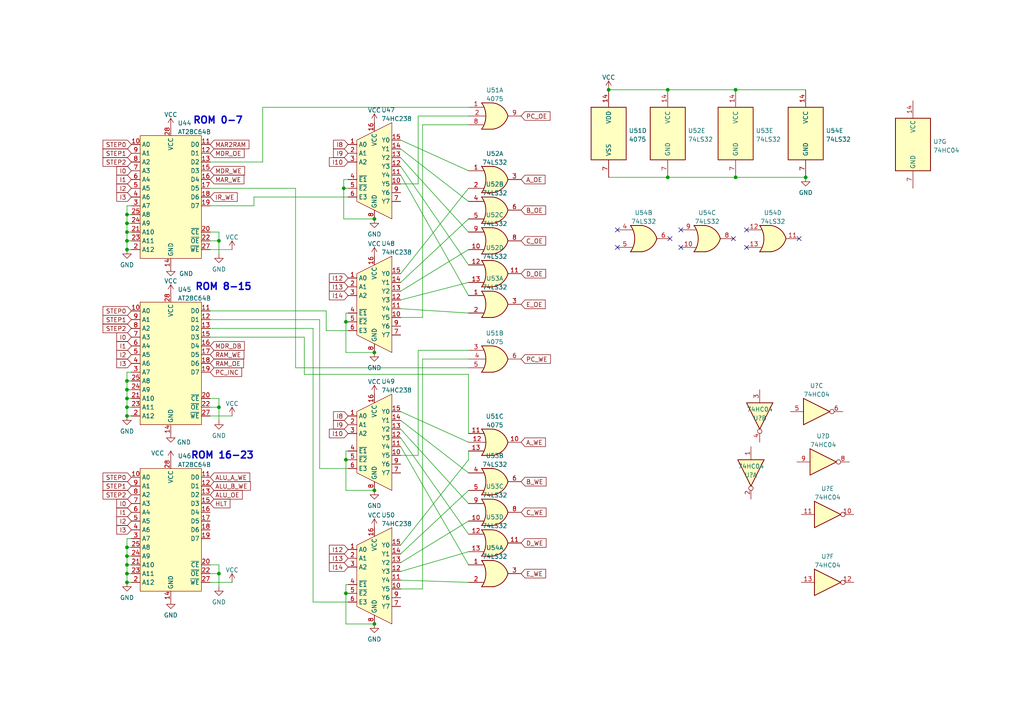
<source format=kicad_sch>
(kicad_sch (version 20211123) (generator eeschema)
  (paper "A4")
  (lib_symbols
    (symbol "4xxx:4075" (pin_names (offset 1.016))
      (property "Reference" "U" (at 0 1.27 0))
      (property "Value" "4075" (at 0 -1.27 0))
      (symbol "4075_1_1"
        (arc (start -3.81 -3.81) (mid -2.589 0) (end -3.81 3.81) (stroke (width 0.254)))
        (arc (start -0.6096 -3.81) (mid 2.1855 -2.584) (end 3.81 0) (stroke (width 0.254)) (fill (type background)))
        (polyline (pts (xy -3.81 -3.81) (xy -0.635 -3.81)) (stroke (width 0.254)) (fill (type background)))
        (polyline (pts (xy -3.81 3.81) (xy -0.635 3.81)) (stroke (width 0.254)) (fill (type background)))
        (polyline (pts (xy -0.635 3.81) (xy -3.81 3.81) (xy -3.81 3.81) (xy -3.556 3.4036) (xy -3.0226 2.2606) (xy -2.6924 1.0414) (xy -2.6162 -0.254) (xy -2.7686 -1.4986) (xy -3.175 -2.7178) (xy -3.81 -3.81) (xy -3.81 -3.81) (xy -0.635 -3.81)) (stroke (width -25.4)) (fill (type background)))
        (arc (start 3.81 0) (mid 2.1928 2.5925) (end -0.6096 3.81) (stroke (width 0.254)) (fill (type background)))
        (pin input line (at -7.62 2.54 0) (length 4.318) (name "~") (number "1"))
        (pin input line (at -7.62 0 0) (length 4.953) (name "~") (number "2"))
        (pin input line (at -7.62 -2.54 0) (length 4.318) (name "~") (number "8"))
        (pin output line (at 7.62 0 180) (length 3.81) (name "~") (number "9"))
      )
      (symbol "4075_1_2"
        (arc (start 0 -3.81) (mid 3.81 0) (end 0 3.81) (stroke (width 0.254)) (fill (type background)))
        (polyline (pts (xy 0 3.81) (xy -3.81 3.81) (xy -3.81 -3.81) (xy 0 -3.81)) (stroke (width 0.254)) (fill (type background)))
        (pin input inverted (at -7.62 2.54 0) (length 3.81) (name "~") (number "1"))
        (pin input inverted (at -7.62 0 0) (length 3.81) (name "~") (number "2"))
        (pin input inverted (at -7.62 -2.54 0) (length 3.81) (name "~") (number "8"))
        (pin output inverted (at 7.62 0 180) (length 3.81) (name "~") (number "9"))
      )
      (symbol "4075_2_1"
        (arc (start -3.81 -3.81) (mid -2.589 0) (end -3.81 3.81) (stroke (width 0.254)))
        (arc (start -0.6096 -3.81) (mid 2.1855 -2.584) (end 3.81 0) (stroke (width 0.254)) (fill (type background)))
        (polyline (pts (xy -3.81 -3.81) (xy -0.635 -3.81)) (stroke (width 0.254)) (fill (type background)))
        (polyline (pts (xy -3.81 3.81) (xy -0.635 3.81)) (stroke (width 0.254)) (fill (type background)))
        (polyline (pts (xy -0.635 3.81) (xy -3.81 3.81) (xy -3.81 3.81) (xy -3.556 3.4036) (xy -3.0226 2.2606) (xy -2.6924 1.0414) (xy -2.6162 -0.254) (xy -2.7686 -1.4986) (xy -3.175 -2.7178) (xy -3.81 -3.81) (xy -3.81 -3.81) (xy -0.635 -3.81)) (stroke (width -25.4)) (fill (type background)))
        (arc (start 3.81 0) (mid 2.1928 2.5925) (end -0.6096 3.81) (stroke (width 0.254)) (fill (type background)))
        (pin input line (at -7.62 2.54 0) (length 4.318) (name "~") (number "3"))
        (pin input line (at -7.62 0 0) (length 4.953) (name "~") (number "4"))
        (pin input line (at -7.62 -2.54 0) (length 4.318) (name "~") (number "5"))
        (pin output line (at 7.62 0 180) (length 3.81) (name "~") (number "6"))
      )
      (symbol "4075_2_2"
        (arc (start 0 -3.81) (mid 3.81 0) (end 0 3.81) (stroke (width 0.254)) (fill (type background)))
        (polyline (pts (xy 0 3.81) (xy -3.81 3.81) (xy -3.81 -3.81) (xy 0 -3.81)) (stroke (width 0.254)) (fill (type background)))
        (pin input inverted (at -7.62 2.54 0) (length 3.81) (name "~") (number "3"))
        (pin input inverted (at -7.62 0 0) (length 3.81) (name "~") (number "4"))
        (pin input inverted (at -7.62 -2.54 0) (length 3.81) (name "~") (number "5"))
        (pin output inverted (at 7.62 0 180) (length 3.81) (name "~") (number "6"))
      )
      (symbol "4075_3_1"
        (arc (start -3.81 -3.81) (mid -2.589 0) (end -3.81 3.81) (stroke (width 0.254)))
        (arc (start -0.6096 -3.81) (mid 2.1855 -2.584) (end 3.81 0) (stroke (width 0.254)) (fill (type background)))
        (polyline (pts (xy -3.81 -3.81) (xy -0.635 -3.81)) (stroke (width 0.254)) (fill (type background)))
        (polyline (pts (xy -3.81 3.81) (xy -0.635 3.81)) (stroke (width 0.254)) (fill (type background)))
        (polyline (pts (xy -0.635 3.81) (xy -3.81 3.81) (xy -3.81 3.81) (xy -3.556 3.4036) (xy -3.0226 2.2606) (xy -2.6924 1.0414) (xy -2.6162 -0.254) (xy -2.7686 -1.4986) (xy -3.175 -2.7178) (xy -3.81 -3.81) (xy -3.81 -3.81) (xy -0.635 -3.81)) (stroke (width -25.4)) (fill (type background)))
        (arc (start 3.81 0) (mid 2.1928 2.5925) (end -0.6096 3.81) (stroke (width 0.254)) (fill (type background)))
        (pin output line (at 7.62 0 180) (length 3.81) (name "~") (number "10"))
        (pin input line (at -7.62 2.54 0) (length 4.318) (name "~") (number "11"))
        (pin input line (at -7.62 0 0) (length 4.953) (name "~") (number "12"))
        (pin input line (at -7.62 -2.54 0) (length 4.318) (name "~") (number "13"))
      )
      (symbol "4075_3_2"
        (arc (start 0 -3.81) (mid 3.81 0) (end 0 3.81) (stroke (width 0.254)) (fill (type background)))
        (polyline (pts (xy 0 3.81) (xy -3.81 3.81) (xy -3.81 -3.81) (xy 0 -3.81)) (stroke (width 0.254)) (fill (type background)))
        (pin output inverted (at 7.62 0 180) (length 3.81) (name "~") (number "10"))
        (pin input inverted (at -7.62 2.54 0) (length 3.81) (name "~") (number "11"))
        (pin input inverted (at -7.62 0 0) (length 3.81) (name "~") (number "12"))
        (pin input inverted (at -7.62 -2.54 0) (length 3.81) (name "~") (number "13"))
      )
      (symbol "4075_4_0"
        (pin power_in line (at 0 12.7 270) (length 5.08) (name "VDD") (number "14"))
        (pin power_in line (at 0 -12.7 90) (length 5.08) (name "VSS") (number "7"))
      )
      (symbol "4075_4_1"
        (rectangle (start -5.08 7.62) (end 5.08 -7.62) (stroke (width 0.254)) (fill (type background)))
      )
    )
    (symbol "74xx:74HC04"
      (property "Reference" "U" (at 0 1.27 0))
      (property "Value" "74HC04" (at 0 -1.27 0))
      (symbol "74HC04_1_0"
        (polyline (pts (xy -3.81 3.81) (xy -3.81 -3.81) (xy 3.81 0) (xy -3.81 3.81)) (stroke (width 0.254)) (fill (type background)))
        (pin input line (at -7.62 0 0) (length 3.81) (name "~") (number "1"))
        (pin output inverted (at 7.62 0 180) (length 3.81) (name "~") (number "2"))
      )
      (symbol "74HC04_2_0"
        (polyline (pts (xy -3.81 3.81) (xy -3.81 -3.81) (xy 3.81 0) (xy -3.81 3.81)) (stroke (width 0.254)) (fill (type background)))
        (pin input line (at -7.62 0 0) (length 3.81) (name "~") (number "3"))
        (pin output inverted (at 7.62 0 180) (length 3.81) (name "~") (number "4"))
      )
      (symbol "74HC04_3_0"
        (polyline (pts (xy -3.81 3.81) (xy -3.81 -3.81) (xy 3.81 0) (xy -3.81 3.81)) (stroke (width 0.254)) (fill (type background)))
        (pin input line (at -7.62 0 0) (length 3.81) (name "~") (number "5"))
        (pin output inverted (at 7.62 0 180) (length 3.81) (name "~") (number "6"))
      )
      (symbol "74HC04_4_0"
        (polyline (pts (xy -3.81 3.81) (xy -3.81 -3.81) (xy 3.81 0) (xy -3.81 3.81)) (stroke (width 0.254)) (fill (type background)))
        (pin output inverted (at 7.62 0 180) (length 3.81) (name "~") (number "8"))
        (pin input line (at -7.62 0 0) (length 3.81) (name "~") (number "9"))
      )
      (symbol "74HC04_5_0"
        (polyline (pts (xy -3.81 3.81) (xy -3.81 -3.81) (xy 3.81 0) (xy -3.81 3.81)) (stroke (width 0.254)) (fill (type background)))
        (pin output inverted (at 7.62 0 180) (length 3.81) (name "~") (number "10"))
        (pin input line (at -7.62 0 0) (length 3.81) (name "~") (number "11"))
      )
      (symbol "74HC04_6_0"
        (polyline (pts (xy -3.81 3.81) (xy -3.81 -3.81) (xy 3.81 0) (xy -3.81 3.81)) (stroke (width 0.254)) (fill (type background)))
        (pin output inverted (at 7.62 0 180) (length 3.81) (name "~") (number "12"))
        (pin input line (at -7.62 0 0) (length 3.81) (name "~") (number "13"))
      )
      (symbol "74HC04_7_0"
        (pin power_in line (at 0 12.7 270) (length 5.08) (name "VCC") (number "14"))
        (pin power_in line (at 0 -12.7 90) (length 5.08) (name "GND") (number "7"))
      )
      (symbol "74HC04_7_1"
        (rectangle (start -5.08 7.62) (end 5.08 -7.62) (stroke (width 0.254)) (fill (type background)))
      )
    )
    (symbol "74xx:74LS32" (pin_names (offset 1.016))
      (property "Reference" "U" (at 0 1.27 0))
      (property "Value" "74LS32" (at 0 -1.27 0))
      (symbol "74LS32_1_1"
        (arc (start -3.81 -3.81) (mid -2.589 0) (end -3.81 3.81) (stroke (width 0.254)))
        (arc (start -0.6096 -3.81) (mid 2.1855 -2.584) (end 3.81 0) (stroke (width 0.254)) (fill (type background)))
        (polyline (pts (xy -3.81 -3.81) (xy -0.635 -3.81)) (stroke (width 0.254)) (fill (type background)))
        (polyline (pts (xy -3.81 3.81) (xy -0.635 3.81)) (stroke (width 0.254)) (fill (type background)))
        (polyline (pts (xy -0.635 3.81) (xy -3.81 3.81) (xy -3.81 3.81) (xy -3.556 3.4036) (xy -3.0226 2.2606) (xy -2.6924 1.0414) (xy -2.6162 -0.254) (xy -2.7686 -1.4986) (xy -3.175 -2.7178) (xy -3.81 -3.81) (xy -3.81 -3.81) (xy -0.635 -3.81)) (stroke (width -25.4)) (fill (type background)))
        (arc (start 3.81 0) (mid 2.1928 2.5925) (end -0.6096 3.81) (stroke (width 0.254)) (fill (type background)))
        (pin input line (at -7.62 2.54 0) (length 4.318) (name "~") (number "1"))
        (pin input line (at -7.62 -2.54 0) (length 4.318) (name "~") (number "2"))
        (pin output line (at 7.62 0 180) (length 3.81) (name "~") (number "3"))
      )
      (symbol "74LS32_1_2"
        (arc (start 0 -3.81) (mid 3.81 0) (end 0 3.81) (stroke (width 0.254)) (fill (type background)))
        (polyline (pts (xy 0 3.81) (xy -3.81 3.81) (xy -3.81 -3.81) (xy 0 -3.81)) (stroke (width 0.254)) (fill (type background)))
        (pin input inverted (at -7.62 2.54 0) (length 3.81) (name "~") (number "1"))
        (pin input inverted (at -7.62 -2.54 0) (length 3.81) (name "~") (number "2"))
        (pin output inverted (at 7.62 0 180) (length 3.81) (name "~") (number "3"))
      )
      (symbol "74LS32_2_1"
        (arc (start -3.81 -3.81) (mid -2.589 0) (end -3.81 3.81) (stroke (width 0.254)))
        (arc (start -0.6096 -3.81) (mid 2.1855 -2.584) (end 3.81 0) (stroke (width 0.254)) (fill (type background)))
        (polyline (pts (xy -3.81 -3.81) (xy -0.635 -3.81)) (stroke (width 0.254)) (fill (type background)))
        (polyline (pts (xy -3.81 3.81) (xy -0.635 3.81)) (stroke (width 0.254)) (fill (type background)))
        (polyline (pts (xy -0.635 3.81) (xy -3.81 3.81) (xy -3.81 3.81) (xy -3.556 3.4036) (xy -3.0226 2.2606) (xy -2.6924 1.0414) (xy -2.6162 -0.254) (xy -2.7686 -1.4986) (xy -3.175 -2.7178) (xy -3.81 -3.81) (xy -3.81 -3.81) (xy -0.635 -3.81)) (stroke (width -25.4)) (fill (type background)))
        (arc (start 3.81 0) (mid 2.1928 2.5925) (end -0.6096 3.81) (stroke (width 0.254)) (fill (type background)))
        (pin input line (at -7.62 2.54 0) (length 4.318) (name "~") (number "4"))
        (pin input line (at -7.62 -2.54 0) (length 4.318) (name "~") (number "5"))
        (pin output line (at 7.62 0 180) (length 3.81) (name "~") (number "6"))
      )
      (symbol "74LS32_2_2"
        (arc (start 0 -3.81) (mid 3.81 0) (end 0 3.81) (stroke (width 0.254)) (fill (type background)))
        (polyline (pts (xy 0 3.81) (xy -3.81 3.81) (xy -3.81 -3.81) (xy 0 -3.81)) (stroke (width 0.254)) (fill (type background)))
        (pin input inverted (at -7.62 2.54 0) (length 3.81) (name "~") (number "4"))
        (pin input inverted (at -7.62 -2.54 0) (length 3.81) (name "~") (number "5"))
        (pin output inverted (at 7.62 0 180) (length 3.81) (name "~") (number "6"))
      )
      (symbol "74LS32_3_1"
        (arc (start -3.81 -3.81) (mid -2.589 0) (end -3.81 3.81) (stroke (width 0.254)))
        (arc (start -0.6096 -3.81) (mid 2.1855 -2.584) (end 3.81 0) (stroke (width 0.254)) (fill (type background)))
        (polyline (pts (xy -3.81 -3.81) (xy -0.635 -3.81)) (stroke (width 0.254)) (fill (type background)))
        (polyline (pts (xy -3.81 3.81) (xy -0.635 3.81)) (stroke (width 0.254)) (fill (type background)))
        (polyline (pts (xy -0.635 3.81) (xy -3.81 3.81) (xy -3.81 3.81) (xy -3.556 3.4036) (xy -3.0226 2.2606) (xy -2.6924 1.0414) (xy -2.6162 -0.254) (xy -2.7686 -1.4986) (xy -3.175 -2.7178) (xy -3.81 -3.81) (xy -3.81 -3.81) (xy -0.635 -3.81)) (stroke (width -25.4)) (fill (type background)))
        (arc (start 3.81 0) (mid 2.1928 2.5925) (end -0.6096 3.81) (stroke (width 0.254)) (fill (type background)))
        (pin input line (at -7.62 -2.54 0) (length 4.318) (name "~") (number "10"))
        (pin output line (at 7.62 0 180) (length 3.81) (name "~") (number "8"))
        (pin input line (at -7.62 2.54 0) (length 4.318) (name "~") (number "9"))
      )
      (symbol "74LS32_3_2"
        (arc (start 0 -3.81) (mid 3.81 0) (end 0 3.81) (stroke (width 0.254)) (fill (type background)))
        (polyline (pts (xy 0 3.81) (xy -3.81 3.81) (xy -3.81 -3.81) (xy 0 -3.81)) (stroke (width 0.254)) (fill (type background)))
        (pin input inverted (at -7.62 -2.54 0) (length 3.81) (name "~") (number "10"))
        (pin output inverted (at 7.62 0 180) (length 3.81) (name "~") (number "8"))
        (pin input inverted (at -7.62 2.54 0) (length 3.81) (name "~") (number "9"))
      )
      (symbol "74LS32_4_1"
        (arc (start -3.81 -3.81) (mid -2.589 0) (end -3.81 3.81) (stroke (width 0.254)))
        (arc (start -0.6096 -3.81) (mid 2.1855 -2.584) (end 3.81 0) (stroke (width 0.254)) (fill (type background)))
        (polyline (pts (xy -3.81 -3.81) (xy -0.635 -3.81)) (stroke (width 0.254)) (fill (type background)))
        (polyline (pts (xy -3.81 3.81) (xy -0.635 3.81)) (stroke (width 0.254)) (fill (type background)))
        (polyline (pts (xy -0.635 3.81) (xy -3.81 3.81) (xy -3.81 3.81) (xy -3.556 3.4036) (xy -3.0226 2.2606) (xy -2.6924 1.0414) (xy -2.6162 -0.254) (xy -2.7686 -1.4986) (xy -3.175 -2.7178) (xy -3.81 -3.81) (xy -3.81 -3.81) (xy -0.635 -3.81)) (stroke (width -25.4)) (fill (type background)))
        (arc (start 3.81 0) (mid 2.1928 2.5925) (end -0.6096 3.81) (stroke (width 0.254)) (fill (type background)))
        (pin output line (at 7.62 0 180) (length 3.81) (name "~") (number "11"))
        (pin input line (at -7.62 2.54 0) (length 4.318) (name "~") (number "12"))
        (pin input line (at -7.62 -2.54 0) (length 4.318) (name "~") (number "13"))
      )
      (symbol "74LS32_4_2"
        (arc (start 0 -3.81) (mid 3.81 0) (end 0 3.81) (stroke (width 0.254)) (fill (type background)))
        (polyline (pts (xy 0 3.81) (xy -3.81 3.81) (xy -3.81 -3.81) (xy 0 -3.81)) (stroke (width 0.254)) (fill (type background)))
        (pin output inverted (at 7.62 0 180) (length 3.81) (name "~") (number "11"))
        (pin input inverted (at -7.62 2.54 0) (length 3.81) (name "~") (number "12"))
        (pin input inverted (at -7.62 -2.54 0) (length 3.81) (name "~") (number "13"))
      )
      (symbol "74LS32_5_0"
        (pin power_in line (at 0 12.7 270) (length 5.08) (name "VCC") (number "14"))
        (pin power_in line (at 0 -12.7 90) (length 5.08) (name "GND") (number "7"))
      )
      (symbol "74LS32_5_1"
        (rectangle (start -5.08 7.62) (end 5.08 -7.62) (stroke (width 0.254)) (fill (type background)))
      )
    )
    (symbol "power:GND" (power) (pin_names (offset 0))
      (property "Value" "GND" (at 0 -3.81 0))
      (symbol "GND_0_1"
        (polyline (pts (xy 0 0) (xy 0 -1.27) (xy 1.27 -1.27) (xy 0 -2.54) (xy -1.27 -1.27) (xy 0 -1.27)))
      )
      (symbol "GND_1_1"
        (pin power_in line (at 0 0 270) (length 0) hide (name "GND") (number "1"))
      )
    )
    (symbol "power:VCC" (power) (pin_names (offset 0))
      (property "Value" "VCC" (at 0 3.81 0))
      (symbol "VCC_0_1"
        (polyline (pts (xy -0.762 1.27) (xy 0 2.54)))
        (polyline (pts (xy 0 0) (xy 0 2.54)))
        (polyline (pts (xy 0 2.54) (xy 0.762 1.27)))
      )
      (symbol "VCC_1_1"
        (pin power_in line (at 0 0 90) (length 0) hide (name "VCC") (number "1"))
      )
    )
    (symbol "proc:74HC238"
      (property "Reference" "U" (at 0 0 0))
      (property "Value" "74HC238" (at 0 0 0))
      (symbol "74HC238_0_1"
        (polyline (pts (xy -5.08 -8.89) (xy 5.08 -3.81) (xy 5.08 -31.75) (xy -5.08 -26.67) (xy -5.08 -8.89)) (stroke (width 0.1524)) (fill (type background)))
      )
      (symbol "74HC238_1_1"
        (pin input line (at -7.62 -10.16 0) (length 2.54) (name "A0") (number "1"))
        (pin input line (at 7.62 -21.59 180) (length 2.54) (name "Y5") (number "10"))
        (pin input line (at 7.62 -19.05 180) (length 2.54) (name "Y4") (number "11"))
        (pin input line (at 7.62 -16.51 180) (length 2.54) (name "Y3") (number "12"))
        (pin input line (at 7.62 -13.97 180) (length 2.54) (name "Y2") (number "13"))
        (pin input line (at 7.62 -11.43 180) (length 2.54) (name "Y1") (number "14"))
        (pin input line (at 7.62 -8.89 180) (length 2.54) (name "Y0") (number "15"))
        (pin power_in line (at 0 -3.81 270) (length 2.54) (name "VCC") (number "16"))
        (pin input line (at -7.62 -12.7 0) (length 2.54) (name "A1") (number "2"))
        (pin input line (at -7.62 -15.24 0) (length 2.54) (name "A2") (number "3"))
        (pin input line (at -7.62 -20.32 0) (length 2.54) (name "~{E1}") (number "4"))
        (pin input line (at -7.62 -22.86 0) (length 2.54) (name "~{E2}") (number "5"))
        (pin input line (at -7.62 -25.4 0) (length 2.54) (name "E3") (number "6"))
        (pin input line (at 7.62 -26.67 180) (length 2.54) (name "Y7") (number "7"))
        (pin power_in line (at 0 -31.75 90) (length 2.54) (name "GND") (number "8"))
        (pin input line (at 7.62 -24.13 180) (length 2.54) (name "Y6") (number "9"))
      )
    )
    (symbol "proc:AT28C64B"
      (property "Reference" "U" (at 0 0 0))
      (property "Value" "AT28C64B" (at 0 0 0))
      (symbol "AT28C64B_0_1"
        (rectangle (start -8.89 -5.08) (end 8.89 -40.64) (stroke (width 0.1524)) (fill (type background)))
      )
      (symbol "AT28C64B_1_1"
        (pin input line (at -11.43 -7.62 0) (length 2.54) (name "A0") (number "10"))
        (pin bidirectional line (at 11.43 -7.62 180) (length 2.54) (name "D0") (number "11"))
        (pin bidirectional line (at 11.43 -10.16 180) (length 2.54) (name "D1") (number "12"))
        (pin bidirectional line (at 11.43 -12.7 180) (length 2.54) (name "D2") (number "13"))
        (pin power_in line (at 0 -43.18 90) (length 2.54) (name "GND") (number "14"))
        (pin bidirectional line (at 11.43 -15.24 180) (length 2.54) (name "D3") (number "15"))
        (pin bidirectional line (at 11.43 -17.78 180) (length 2.54) (name "D4") (number "16"))
        (pin bidirectional line (at 11.43 -20.32 180) (length 2.54) (name "D5") (number "17"))
        (pin bidirectional line (at 11.43 -22.86 180) (length 2.54) (name "D6") (number "18"))
        (pin bidirectional line (at 11.43 -25.4 180) (length 2.54) (name "D7") (number "19"))
        (pin input line (at -11.43 -38.1 0) (length 2.54) (name "A12") (number "2"))
        (pin input line (at 11.43 -33.02 180) (length 2.54) (name "~{CE}") (number "20"))
        (pin input line (at -11.43 -33.02 0) (length 2.54) (name "A10") (number "21"))
        (pin input line (at 11.43 -35.56 180) (length 2.54) (name "~{OE}") (number "22"))
        (pin input line (at -11.43 -35.56 0) (length 2.54) (name "A11") (number "23"))
        (pin input line (at -11.43 -30.48 0) (length 2.54) (name "A9") (number "24"))
        (pin input line (at -11.43 -27.94 0) (length 2.54) (name "A8") (number "25"))
        (pin input line (at 11.43 -38.1 180) (length 2.54) (name "~{WE}") (number "27"))
        (pin power_in line (at 0 -2.54 270) (length 2.54) (name "VCC") (number "28"))
        (pin input line (at -11.43 -25.4 0) (length 2.54) (name "A7") (number "3"))
        (pin input line (at -11.43 -22.86 0) (length 2.54) (name "A6") (number "4"))
        (pin input line (at -11.43 -20.32 0) (length 2.54) (name "A5") (number "5"))
        (pin input line (at -11.43 -17.78 0) (length 2.54) (name "A4") (number "6"))
        (pin input line (at -11.43 -15.24 0) (length 2.54) (name "A3") (number "7"))
        (pin input line (at -11.43 -12.7 0) (length 2.54) (name "A2") (number "8"))
        (pin input line (at -11.43 -10.16 0) (length 2.54) (name "A1") (number "9"))
      )
    )
  )
  (junction (at 100.33 172.085))
  (junction (at 36.83 64.77))
  (junction (at 108.585 142.24))
  (junction (at 36.83 115.57))
  (junction (at 36.83 113.03))
  (junction (at 108.585 102.235))
  (junction (at 63.5 69.85))
  (junction (at 100.33 93.345))
  (junction (at 36.83 120.65))
  (junction (at 36.83 161.29))
  (junction (at 36.83 166.37))
  (junction (at 36.83 72.39))
  (junction (at 176.53 26.035))
  (junction (at 36.83 67.31))
  (junction (at 36.83 163.83))
  (junction (at 99.695 54.61))
  (junction (at 63.5 166.37))
  (junction (at 108.585 180.975))
  (junction (at 233.68 51.435))
  (junction (at 100.33 133.35))
  (junction (at 108.585 63.5))
  (junction (at 193.675 26.035))
  (junction (at 36.83 168.91))
  (junction (at 36.83 69.85))
  (junction (at 63.5 118.11))
  (junction (at 193.675 51.435))
  (junction (at 213.36 51.435))
  (junction (at 36.83 62.23))
  (junction (at 36.83 110.49))
  (junction (at 213.36 26.035))
  (junction (at 36.83 118.11))
  (junction (at 36.83 158.75))
  (no_connect (at 212.725 69.215))
  (no_connect (at 197.485 71.755))
  (no_connect (at 179.07 71.755))
  (no_connect (at 194.31 69.215))
  (no_connect (at 179.07 66.675))
  (no_connect (at 197.485 66.675))
  (no_connect (at 216.535 71.755))
  (no_connect (at 216.535 66.675))
  (no_connect (at 231.775 69.215))
  (wire (pts (xy 121.285 101.6) (xy 135.89 101.6)))
  (wire (pts (xy 73.66 59.69) (xy 60.96 59.69)))
  (wire (pts (xy 85.725 106.68) (xy 135.89 106.68)))
  (wire (pts (xy 60.96 72.39) (xy 67.31 72.39)))
  (wire (pts (xy 108.585 63.5) (xy 99.695 63.5)))
  (wire (pts (xy 135.89 168.91) (xy 116.205 168.275)))
  (wire (pts (xy 36.83 168.91) (xy 38.1 168.91)))
  (wire (pts (xy 60.96 54.61) (xy 85.725 54.61)))
  (wire (pts (xy 94.615 95.885) (xy 94.615 90.17)))
  (wire (pts (xy 100.33 172.085) (xy 100.965 172.085)))
  (wire (pts (xy 36.83 120.65) (xy 38.1 120.65)))
  (wire (pts (xy 100.33 102.235) (xy 108.585 102.235)))
  (wire (pts (xy 36.83 59.69) (xy 38.1 59.69)))
  (wire (pts (xy 36.83 163.83) (xy 36.83 166.37)))
  (wire (pts (xy 116.205 84.455) (xy 135.89 72.39)))
  (wire (pts (xy 116.205 132.08) (xy 121.285 132.08)))
  (wire (pts (xy 36.83 166.37) (xy 38.1 166.37)))
  (wire (pts (xy 213.36 26.035) (xy 233.68 26.035)))
  (wire (pts (xy 193.675 26.035) (xy 213.36 26.035)))
  (wire (pts (xy 76.2 46.99) (xy 76.2 31.115)))
  (wire (pts (xy 60.96 90.17) (xy 94.615 90.17)))
  (wire (pts (xy 36.83 158.75) (xy 38.1 158.75)))
  (wire (pts (xy 116.205 89.535) (xy 135.89 90.805)))
  (wire (pts (xy 121.285 53.34) (xy 121.285 33.655)))
  (wire (pts (xy 60.96 67.31) (xy 63.5 67.31)))
  (wire (pts (xy 36.83 115.57) (xy 36.83 118.11)))
  (wire (pts (xy 116.205 40.64) (xy 135.89 49.53)))
  (wire (pts (xy 116.205 158.115) (xy 135.89 133.35)))
  (wire (pts (xy 60.96 168.91) (xy 67.31 168.91)))
  (wire (pts (xy 99.695 63.5) (xy 99.695 54.61)))
  (wire (pts (xy 60.96 163.83) (xy 63.5 163.83)))
  (wire (pts (xy 85.725 54.61) (xy 85.725 106.68)))
  (wire (pts (xy 116.205 43.18) (xy 135.89 58.42)))
  (wire (pts (xy 100.33 93.345) (xy 100.33 102.235)))
  (wire (pts (xy 88.265 97.79) (xy 88.265 108.585)))
  (wire (pts (xy 36.83 113.03) (xy 36.83 115.57)))
  (wire (pts (xy 135.89 76.835) (xy 116.205 48.26)))
  (wire (pts (xy 63.5 69.85) (xy 60.96 69.85)))
  (wire (pts (xy 63.5 115.57) (xy 63.5 118.11)))
  (wire (pts (xy 63.5 163.83) (xy 63.5 166.37)))
  (wire (pts (xy 116.205 53.34) (xy 121.285 53.34)))
  (wire (pts (xy 36.83 118.11) (xy 36.83 120.65)))
  (wire (pts (xy 36.83 67.31) (xy 38.1 67.31)))
  (wire (pts (xy 36.83 115.57) (xy 38.1 115.57)))
  (wire (pts (xy 76.2 31.115) (xy 135.89 31.115)))
  (wire (pts (xy 121.285 132.08) (xy 121.285 101.6)))
  (wire (pts (xy 100.33 169.545) (xy 100.33 172.085)))
  (wire (pts (xy 122.555 36.195) (xy 135.89 36.195)))
  (wire (pts (xy 99.695 54.61) (xy 100.965 54.61)))
  (wire (pts (xy 36.83 161.29) (xy 38.1 161.29)))
  (wire (pts (xy 116.205 45.72) (xy 135.89 67.31)))
  (wire (pts (xy 60.96 92.71) (xy 92.71 92.71)))
  (wire (pts (xy 116.205 119.38) (xy 135.89 128.27)))
  (wire (pts (xy 122.555 104.14) (xy 135.89 104.14)))
  (wire (pts (xy 36.83 107.95) (xy 38.1 107.95)))
  (wire (pts (xy 63.5 170.18) (xy 63.5 166.37)))
  (wire (pts (xy 135.89 154.94) (xy 116.205 127)))
  (wire (pts (xy 100.33 133.35) (xy 100.33 142.24)))
  (wire (pts (xy 121.285 33.655) (xy 135.89 33.655)))
  (wire (pts (xy 36.83 156.21) (xy 38.1 156.21)))
  (wire (pts (xy 135.89 146.05) (xy 116.205 124.46)))
  (wire (pts (xy 116.205 79.375) (xy 135.89 54.61)))
  (wire (pts (xy 73.66 57.15) (xy 73.66 59.69)))
  (wire (pts (xy 176.53 26.035) (xy 193.675 26.035)))
  (wire (pts (xy 100.965 174.625) (xy 90.805 174.625)))
  (wire (pts (xy 116.205 50.8) (xy 135.89 85.725)))
  (wire (pts (xy 60.96 97.79) (xy 88.265 97.79)))
  (wire (pts (xy 100.965 169.545) (xy 100.33 169.545)))
  (wire (pts (xy 116.205 129.54) (xy 135.89 163.83)))
  (wire (pts (xy 100.965 130.81) (xy 100.33 130.81)))
  (wire (pts (xy 63.5 118.11) (xy 60.96 118.11)))
  (wire (pts (xy 60.96 115.57) (xy 63.5 115.57)))
  (wire (pts (xy 36.83 62.23) (xy 38.1 62.23)))
  (wire (pts (xy 99.695 54.61) (xy 99.695 52.07)))
  (wire (pts (xy 213.36 51.435) (xy 233.68 51.435)))
  (wire (pts (xy 36.83 110.49) (xy 36.83 113.03)))
  (wire (pts (xy 36.83 163.83) (xy 38.1 163.83)))
  (wire (pts (xy 100.33 142.24) (xy 108.585 142.24)))
  (wire (pts (xy 100.965 90.805) (xy 100.33 90.805)))
  (wire (pts (xy 90.805 95.25) (xy 60.96 95.25)))
  (wire (pts (xy 36.83 110.49) (xy 38.1 110.49)))
  (wire (pts (xy 36.83 69.85) (xy 36.83 72.39)))
  (wire (pts (xy 100.33 180.975) (xy 108.585 180.975)))
  (wire (pts (xy 100.33 93.345) (xy 100.965 93.345)))
  (wire (pts (xy 36.83 72.39) (xy 38.1 72.39)))
  (wire (pts (xy 63.5 121.92) (xy 63.5 118.11)))
  (wire (pts (xy 135.89 142.24) (xy 116.205 160.655)))
  (wire (pts (xy 36.83 156.21) (xy 36.83 158.75)))
  (wire (pts (xy 36.83 113.03) (xy 38.1 113.03)))
  (wire (pts (xy 100.965 95.885) (xy 94.615 95.885)))
  (wire (pts (xy 63.5 67.31) (xy 63.5 69.85)))
  (wire (pts (xy 36.83 158.75) (xy 36.83 161.29)))
  (wire (pts (xy 100.965 57.15) (xy 73.66 57.15)))
  (wire (pts (xy 116.205 81.915) (xy 135.89 63.5)))
  (wire (pts (xy 90.805 174.625) (xy 90.805 95.25)))
  (wire (pts (xy 116.205 165.735) (xy 135.89 160.02)))
  (wire (pts (xy 100.33 90.805) (xy 100.33 93.345)))
  (wire (pts (xy 63.5 166.37) (xy 60.96 166.37)))
  (wire (pts (xy 99.695 52.07) (xy 100.965 52.07)))
  (wire (pts (xy 88.265 108.585) (xy 135.89 108.585)))
  (wire (pts (xy 116.205 92.075) (xy 122.555 92.075)))
  (wire (pts (xy 122.555 170.815) (xy 122.555 104.14)))
  (wire (pts (xy 36.83 64.77) (xy 36.83 67.31)))
  (wire (pts (xy 193.675 51.435) (xy 213.36 51.435)))
  (wire (pts (xy 36.83 67.31) (xy 36.83 69.85)))
  (wire (pts (xy 116.205 121.92) (xy 135.89 137.16)))
  (wire (pts (xy 36.83 59.69) (xy 36.83 62.23)))
  (wire (pts (xy 60.96 46.99) (xy 76.2 46.99)))
  (wire (pts (xy 116.205 163.195) (xy 135.89 151.13)))
  (wire (pts (xy 36.83 166.37) (xy 36.83 168.91)))
  (wire (pts (xy 60.96 120.65) (xy 67.31 120.65)))
  (wire (pts (xy 36.83 64.77) (xy 38.1 64.77)))
  (wire (pts (xy 122.555 92.075) (xy 122.555 36.195)))
  (wire (pts (xy 36.83 107.95) (xy 36.83 110.49)))
  (wire (pts (xy 100.33 133.35) (xy 100.965 133.35)))
  (wire (pts (xy 135.89 108.585) (xy 135.89 125.73)))
  (wire (pts (xy 36.83 62.23) (xy 36.83 64.77)))
  (wire (pts (xy 100.33 172.085) (xy 100.33 180.975)))
  (wire (pts (xy 100.965 135.89) (xy 92.71 135.89)))
  (wire (pts (xy 135.89 81.915) (xy 116.205 86.995)))
  (wire (pts (xy 36.83 118.11) (xy 38.1 118.11)))
  (wire (pts (xy 176.53 51.435) (xy 193.675 51.435)))
  (wire (pts (xy 36.83 69.85) (xy 38.1 69.85)))
  (wire (pts (xy 116.205 170.815) (xy 122.555 170.815)))
  (wire (pts (xy 36.83 161.29) (xy 36.83 163.83)))
  (wire (pts (xy 92.71 92.71) (xy 92.71 135.89)))
  (wire (pts (xy 63.5 73.66) (xy 63.5 69.85)))
  (wire (pts (xy 135.89 130.81) (xy 135.89 133.35)))
  (wire (pts (xy 100.33 130.81) (xy 100.33 133.35)))
  (text "ROM 8-15" (at 56.515 84.455 0) (effects (font (size 2 2) (thickness 0.4) bold) (justify left bottom)))
  (text "ROM 16-23" (at 55.245 133.35 0) (effects (font (size 2 2) (thickness 0.4) bold) (justify left bottom)))
  (text "ROM 0-7" (at 55.88 36.195 0) (effects (font (size 2 2) (thickness 0.4) bold) (justify left bottom)))
  (global_label "STEP2" (shape input) (at 38.1 143.51 180) (property "Intersheet References" "${INTERSHEET_REFS}" (effects hide)))
  (global_label "I3" (shape input) (at 38.1 105.41 180) (property "Intersheet References" "${INTERSHEET_REFS}" (effects hide)))
  (global_label "A_WE" (shape input) (at 151.13 128.27 0) (property "Intersheet References" "${INTERSHEET_REFS}" (effects hide)))
  (global_label "I8" (shape input) (at 100.965 120.65 180) (property "Intersheet References" "${INTERSHEET_REFS}" (effects hide)))
  (global_label "D_WE" (shape input) (at 151.13 157.48 0) (property "Intersheet References" "${INTERSHEET_REFS}" (effects hide)))
  (global_label "I13" (shape input) (at 100.965 83.185 180) (property "Intersheet References" "${INTERSHEET_REFS}" (effects hide)))
  (global_label "PC_WE" (shape input) (at 151.13 104.14 0) (property "Intersheet References" "${INTERSHEET_REFS}" (effects hide)))
  (global_label "I13" (shape input) (at 100.965 161.925 180) (property "Intersheet References" "${INTERSHEET_REFS}" (effects hide)))
  (global_label "MDR_OE" (shape input) (at 60.96 44.45 0) (property "Intersheet References" "${INTERSHEET_REFS}" (effects hide)))
  (global_label "PC_OE" (shape input) (at 151.13 33.655 0) (property "Intersheet References" "${INTERSHEET_REFS}" (effects hide)))
  (global_label "I0" (shape input) (at 38.1 146.05 180) (property "Intersheet References" "${INTERSHEET_REFS}" (effects hide)))
  (global_label "I2" (shape input) (at 38.1 54.61 180) (property "Intersheet References" "${INTERSHEET_REFS}" (effects hide)))
  (global_label "ALU_B_WE" (shape input) (at 60.96 140.97 0) (property "Intersheet References" "${INTERSHEET_REFS}" (effects hide)))
  (global_label "HLT" (shape input) (at 60.96 146.05 0) (property "Intersheet References" "${INTERSHEET_REFS}" (effects hide)))
  (global_label "I8" (shape input) (at 100.965 41.91 180) (property "Intersheet References" "${INTERSHEET_REFS}" (effects hide)))
  (global_label "I9" (shape input) (at 100.965 44.45 180) (property "Intersheet References" "${INTERSHEET_REFS}" (effects hide)))
  (global_label "I14" (shape input) (at 100.965 85.725 180) (property "Intersheet References" "${INTERSHEET_REFS}" (effects hide)))
  (global_label "I0" (shape input) (at 38.1 97.79 180) (property "Intersheet References" "${INTERSHEET_REFS}" (effects hide)))
  (global_label "I3" (shape input) (at 38.1 153.67 180) (property "Intersheet References" "${INTERSHEET_REFS}" (effects hide)))
  (global_label "B_OE" (shape input) (at 151.13 60.96 0) (property "Intersheet References" "${INTERSHEET_REFS}" (effects hide)))
  (global_label "STEP2" (shape input) (at 38.1 95.25 180) (property "Intersheet References" "${INTERSHEET_REFS}" (effects hide)))
  (global_label "RAM_OE" (shape input) (at 60.96 105.41 0) (property "Intersheet References" "${INTERSHEET_REFS}" (effects hide)))
  (global_label "STEP0" (shape input) (at 38.1 41.91 180) (property "Intersheet References" "${INTERSHEET_REFS}" (effects hide)))
  (global_label "STEP1" (shape input) (at 38.1 140.97 180) (property "Intersheet References" "${INTERSHEET_REFS}" (effects hide)))
  (global_label "ALU_A_WE" (shape input) (at 60.96 138.43 0) (property "Intersheet References" "${INTERSHEET_REFS}" (effects hide)))
  (global_label "I9" (shape input) (at 100.965 123.19 180) (property "Intersheet References" "${INTERSHEET_REFS}" (effects hide)))
  (global_label "MAR2RAM" (shape input) (at 60.96 41.91 0) (property "Intersheet References" "${INTERSHEET_REFS}" (effects hide)))
  (global_label "I10" (shape input) (at 100.965 125.73 180) (property "Intersheet References" "${INTERSHEET_REFS}" (effects hide)))
  (global_label "C_WE" (shape input) (at 151.13 148.59 0) (property "Intersheet References" "${INTERSHEET_REFS}" (effects hide)))
  (global_label "STEP1" (shape input) (at 38.1 92.71 180) (property "Intersheet References" "${INTERSHEET_REFS}" (effects hide)))
  (global_label "I12" (shape input) (at 100.965 159.385 180) (property "Intersheet References" "${INTERSHEET_REFS}" (effects hide)))
  (global_label "A_OE" (shape input) (at 151.13 52.07 0) (property "Intersheet References" "${INTERSHEET_REFS}" (effects hide)))
  (global_label "I2" (shape input) (at 38.1 151.13 180) (property "Intersheet References" "${INTERSHEET_REFS}" (effects hide)))
  (global_label "C_OE" (shape input) (at 151.13 69.85 0) (property "Intersheet References" "${INTERSHEET_REFS}" (effects hide)))
  (global_label "I10" (shape input) (at 100.965 46.99 180) (property "Intersheet References" "${INTERSHEET_REFS}" (effects hide)))
  (global_label "MDR_WE" (shape input) (at 60.96 49.53 0) (property "Intersheet References" "${INTERSHEET_REFS}" (effects hide)))
  (global_label "I1" (shape input) (at 38.1 100.33 180) (property "Intersheet References" "${INTERSHEET_REFS}" (effects hide)))
  (global_label "STEP1" (shape input) (at 38.1 44.45 180) (property "Intersheet References" "${INTERSHEET_REFS}" (effects hide)))
  (global_label "STEP2" (shape input) (at 38.1 46.99 180) (property "Intersheet References" "${INTERSHEET_REFS}" (effects hide)))
  (global_label "STEP0" (shape input) (at 38.1 90.17 180) (property "Intersheet References" "${INTERSHEET_REFS}" (effects hide)))
  (global_label "I12" (shape input) (at 100.965 80.645 180) (property "Intersheet References" "${INTERSHEET_REFS}" (effects hide)))
  (global_label "E_OE" (shape input) (at 151.13 88.265 0) (property "Intersheet References" "${INTERSHEET_REFS}" (effects hide)))
  (global_label "I3" (shape input) (at 38.1 57.15 180) (property "Intersheet References" "${INTERSHEET_REFS}" (effects hide)))
  (global_label "PC_INC" (shape input) (at 60.96 107.95 0) (property "Intersheet References" "${INTERSHEET_REFS}" (effects hide)))
  (global_label "ALU_OE" (shape input) (at 60.96 143.51 0) (property "Intersheet References" "${INTERSHEET_REFS}" (effects hide)))
  (global_label "MAR_WE" (shape input) (at 60.96 52.07 0) (property "Intersheet References" "${INTERSHEET_REFS}" (effects hide)))
  (global_label "I0" (shape input) (at 38.1 49.53 180) (property "Intersheet References" "${INTERSHEET_REFS}" (effects hide)))
  (global_label "I14" (shape input) (at 100.965 164.465 180) (property "Intersheet References" "${INTERSHEET_REFS}" (effects hide)))
  (global_label "B_WE" (shape input) (at 151.13 139.7 0) (property "Intersheet References" "${INTERSHEET_REFS}" (effects hide)))
  (global_label "E_WE" (shape input) (at 151.13 166.37 0) (property "Intersheet References" "${INTERSHEET_REFS}" (effects hide)))
  (global_label "MDR_DB" (shape input) (at 60.96 100.33 0) (property "Intersheet References" "${INTERSHEET_REFS}" (effects hide)))
  (global_label "IR_WE" (shape input) (at 60.96 57.15 0) (property "Intersheet References" "${INTERSHEET_REFS}" (effects hide)))
  (global_label "STEP0" (shape input) (at 38.1 138.43 180) (property "Intersheet References" "${INTERSHEET_REFS}" (effects hide)))
  (global_label "I1" (shape input) (at 38.1 148.59 180) (property "Intersheet References" "${INTERSHEET_REFS}" (effects hide)))
  (global_label "RAM_WE" (shape input) (at 60.96 102.87 0) (property "Intersheet References" "${INTERSHEET_REFS}" (effects hide)))
  (global_label "I1" (shape input) (at 38.1 52.07 180) (property "Intersheet References" "${INTERSHEET_REFS}" (effects hide)))
  (global_label "D_OE" (shape input) (at 151.13 79.375 0) (property "Intersheet References" "${INTERSHEET_REFS}" (effects hide)))
  (global_label "I2" (shape input) (at 38.1 102.87 180) (property "Intersheet References" "${INTERSHEET_REFS}" (effects hide)))
  (symbol (lib_id "power:GND") (at 49.53 125.73 0) (unit 1)
    (property "Reference" "#PWR0196" (effects hide))
    (property "Value" "GND" (at 53.34 128.27 0))
  )
  (symbol (lib_id "74xx:74LS32") (at 143.51 88.265 0) (unit 1)
    (property "Reference" "U53" (at 143.51 80.7552 0))
    (property "Value" "74LS32" (at 143.51 83.2921 0))
    (property "Datasheet" "http://www.ti.com/lit/gpn/sn74LS32" (effects hide))
  )
  (symbol (lib_id "proc:74HC238") (at 108.585 149.225 0) (unit 1)
    (property "Reference" "U50" (at 110.6044 149.386 0) (effects (justify left)))
    (property "Value" "74HC238" (at 110.6044 151.9229 0) (effects (justify left)))
  )
  (symbol (lib_id "proc:74HC238") (at 108.585 110.49 0) (unit 1)
    (property "Reference" "U49" (at 110.6044 110.651 0) (effects (justify left)))
    (property "Value" "74HC238" (at 110.6044 113.1879 0) (effects (justify left)))
  )
  (symbol (lib_id "power:GND") (at 108.585 142.24 0) (unit 1)
    (property "Reference" "#PWR0211" (effects hide))
    (property "Value" "GND" (at 108.585 146.6834 0))
  )
  (symbol (lib_id "power:VCC") (at 49.53 85.09 0) (unit 1)
    (property "Reference" "#PWR0193" (effects hide))
    (property "Value" "VCC" (at 49.53 81.5142 0))
  )
  (symbol (lib_id "74xx:74LS32") (at 143.51 52.07 0) (unit 1)
    (property "Reference" "U52" (at 143.51 44.5602 0))
    (property "Value" "74LS32" (at 143.51 47.0971 0))
    (property "Datasheet" "http://www.ti.com/lit/gpn/sn74LS32" (effects hide))
  )
  (symbol (lib_id "proc:74HC238") (at 108.585 70.485 0) (unit 1)
    (property "Reference" "U48" (at 110.6044 70.646 0) (effects (justify left)))
    (property "Value" "74HC238" (at 110.6044 73.1829 0) (effects (justify left)))
  )
  (symbol (lib_id "power:VCC") (at 108.585 35.56 0) (unit 1)
    (property "Reference" "#PWR0206" (effects hide))
    (property "Value" "VCC" (at 108.585 31.9842 0))
  )
  (symbol (lib_id "power:GND") (at 63.5 170.18 0) (unit 1)
    (property "Reference" "#PWR0201" (effects hide))
    (property "Value" "GND" (at 63.5 174.6234 0))
  )
  (symbol (lib_id "power:VCC") (at 108.585 74.295 0) (unit 1)
    (property "Reference" "#PWR0208" (effects hide))
    (property "Value" "VCC" (at 108.585 70.7192 0))
  )
  (symbol (lib_id "power:GND") (at 63.5 121.92 0) (unit 1)
    (property "Reference" "#PWR0194" (effects hide))
    (property "Value" "GND" (at 63.5 126.3634 0))
  )
  (symbol (lib_id "power:GND") (at 108.585 63.5 0) (unit 1)
    (property "Reference" "#PWR0207" (effects hide))
    (property "Value" "GND" (at 108.585 67.9434 0))
  )
  (symbol (lib_id "power:GND") (at 49.53 173.99 0) (unit 1)
    (property "Reference" "#PWR0199" (effects hide))
    (property "Value" "GND" (at 49.53 178.4334 0))
  )
  (symbol (lib_id "4xxx:4075") (at 143.51 104.14 0) (unit 2)
    (property "Reference" "U51" (at 143.51 96.6302 0))
    (property "Value" "4075" (at 143.51 99.1671 0))
    (property "Datasheet" "http://www.intersil.com/content/dam/Intersil/documents/cd40/cd4071bms-72bms-75bms.pdf" (effects hide))
  )
  (symbol (lib_id "power:VCC") (at 67.31 120.65 0) (unit 1)
    (property "Reference" "#PWR0195" (effects hide))
    (property "Value" "VCC" (at 67.31 117.0742 0))
  )
  (symbol (lib_id "proc:AT28C64B") (at 49.53 130.81 0) (unit 1)
    (property "Reference" "U46" (at 51.5494 132.241 0) (effects (justify left)))
    (property "Value" "AT28C64B" (at 51.5494 134.7779 0) (effects (justify left)))
  )
  (symbol (lib_id "74xx:74LS32") (at 224.155 69.215 0) (unit 4)
    (property "Reference" "U54" (at 224.155 61.7052 0))
    (property "Value" "74LS32" (at 224.155 64.2421 0))
    (property "Datasheet" "http://www.ti.com/lit/gpn/sn74LS32" (effects hide))
  )
  (symbol (lib_id "74xx:74LS32") (at 143.51 69.85 0) (unit 3)
    (property "Reference" "U52" (at 143.51 62.3402 0))
    (property "Value" "74LS32" (at 143.51 64.8771 0))
    (property "Datasheet" "http://www.ti.com/lit/gpn/sn74LS32" (effects hide))
  )
  (symbol (lib_id "74xx:74LS32") (at 143.51 166.37 0) (unit 1)
    (property "Reference" "U54" (at 143.51 158.8602 0))
    (property "Value" "74LS32" (at 143.51 161.3971 0))
    (property "Datasheet" "http://www.ti.com/lit/gpn/sn74LS32" (effects hide))
  )
  (symbol (lib_id "power:VCC") (at 49.53 36.83 0) (unit 1)
    (property "Reference" "#PWR0191" (effects hide))
    (property "Value" "VCC" (at 49.53 33.2542 0))
  )
  (symbol (lib_id "74xx:74LS32") (at 205.105 69.215 0) (unit 3)
    (property "Reference" "U54" (at 205.105 61.7052 0))
    (property "Value" "74LS32" (at 205.105 64.2421 0))
    (property "Datasheet" "http://www.ti.com/lit/gpn/sn74LS32" (effects hide))
  )
  (symbol (lib_id "74xx:74HC04") (at 264.795 41.91 0) (unit 7)
    (property "Reference" "U?" (at 270.637 41.0753 0) (effects (justify left)))
    (property "Value" "74HC04" (at 270.637 43.6122 0) (effects (justify left)))
    (property "Datasheet" "https://assets.nexperia.com/documents/data-sheet/74HC_HCT04.pdf" (effects hide))
  )
  (symbol (lib_id "4xxx:4075") (at 176.53 38.735 0) (unit 4)
    (property "Reference" "U51" (at 182.372 37.9003 0) (effects (justify left)))
    (property "Value" "4075" (at 182.372 40.4372 0) (effects (justify left)))
    (property "Datasheet" "http://www.intersil.com/content/dam/Intersil/documents/cd40/cd4071bms-72bms-75bms.pdf" (effects hide))
  )
  (symbol (lib_id "power:VCC") (at 49.53 133.35 0) (unit 1)
    (property "Reference" "#PWR0197" (effects hide))
    (property "Value" "VCC" (at 45.72 131.445 0))
  )
  (symbol (lib_id "power:GND") (at 36.83 72.39 0) (unit 1)
    (property "Reference" "#PWR0192" (effects hide))
    (property "Value" "GND" (at 36.83 76.8334 0))
  )
  (symbol (lib_id "74xx:74LS32") (at 143.51 79.375 0) (unit 4)
    (property "Reference" "U52" (at 143.51 71.8652 0))
    (property "Value" "74LS32" (at 143.51 74.4021 0))
    (property "Datasheet" "http://www.ti.com/lit/gpn/sn74LS32" (effects hide))
  )
  (symbol (lib_id "74xx:74HC04") (at 217.805 137.16 270) (unit 1)
    (property "Reference" "U?" (at 215.9 137.795 90) (effects (justify left)))
    (property "Value" "74HC04" (at 213.995 135.255 90) (effects (justify left)))
    (property "Datasheet" "https://assets.nexperia.com/documents/data-sheet/74HC_HCT04.pdf" (effects hide))
  )
  (symbol (lib_id "4xxx:4075") (at 143.51 33.655 0) (unit 1)
    (property "Reference" "U51" (at 143.51 26.1452 0))
    (property "Value" "4075" (at 143.51 28.6821 0))
    (property "Datasheet" "http://www.intersil.com/content/dam/Intersil/documents/cd40/cd4071bms-72bms-75bms.pdf" (effects hide))
  )
  (symbol (lib_id "4xxx:4075") (at 143.51 128.27 0) (unit 3)
    (property "Reference" "U51" (at 143.51 120.7602 0))
    (property "Value" "4075" (at 143.51 123.2971 0))
    (property "Datasheet" "http://www.intersil.com/content/dam/Intersil/documents/cd40/cd4071bms-72bms-75bms.pdf" (effects hide))
  )
  (symbol (lib_id "74xx:74HC04") (at 236.855 119.38 0) (unit 3)
    (property "Reference" "U?" (at 236.855 111.8702 0))
    (property "Value" "74HC04" (at 236.855 114.4071 0))
    (property "Datasheet" "https://assets.nexperia.com/documents/data-sheet/74HC_HCT04.pdf" (effects hide))
  )
  (symbol (lib_id "74xx:74LS32") (at 233.68 38.735 0) (unit 5)
    (property "Reference" "U54" (at 239.522 37.9003 0) (effects (justify left)))
    (property "Value" "74LS32" (at 239.522 40.4372 0) (effects (justify left)))
    (property "Datasheet" "http://www.ti.com/lit/gpn/sn74LS32" (effects hide))
  )
  (symbol (lib_id "74xx:74LS32") (at 143.51 148.59 0) (unit 3)
    (property "Reference" "U53" (at 143.51 141.0802 0))
    (property "Value" "74LS32" (at 143.51 143.6171 0))
    (property "Datasheet" "http://www.ti.com/lit/gpn/sn74LS32" (effects hide))
  )
  (symbol (lib_id "power:GND") (at 108.585 180.975 0) (unit 1)
    (property "Reference" "#PWR0212" (effects hide))
    (property "Value" "GND" (at 108.585 185.4184 0))
  )
  (symbol (lib_id "74xx:74LS32") (at 143.51 139.7 0) (unit 2)
    (property "Reference" "U53" (at 143.51 132.1902 0))
    (property "Value" "74LS32" (at 143.51 134.7271 0))
    (property "Datasheet" "http://www.ti.com/lit/gpn/sn74LS32" (effects hide))
  )
  (symbol (lib_id "power:VCC") (at 67.31 168.91 0) (unit 1)
    (property "Reference" "#PWR0202" (effects hide))
    (property "Value" "VCC" (at 67.31 165.3342 0))
  )
  (symbol (lib_id "power:GND") (at 108.585 102.235 0) (unit 1)
    (property "Reference" "#PWR0210" (effects hide))
    (property "Value" "GND" (at 108.585 106.6784 0))
  )
  (symbol (lib_id "74xx:74LS32") (at 193.675 38.735 0) (unit 5)
    (property "Reference" "U52" (at 199.517 37.9003 0) (effects (justify left)))
    (property "Value" "74LS32" (at 199.517 40.4372 0) (effects (justify left)))
    (property "Datasheet" "http://www.ti.com/lit/gpn/sn74LS32" (effects hide))
  )
  (symbol (lib_id "74xx:74HC04") (at 240.03 168.91 0) (unit 6)
    (property "Reference" "U?" (at 240.03 161.4002 0))
    (property "Value" "74HC04" (at 240.03 163.9371 0))
    (property "Datasheet" "https://assets.nexperia.com/documents/data-sheet/74HC_HCT04.pdf" (effects hide))
  )
  (symbol (lib_id "proc:AT28C64B") (at 49.53 34.29 0) (unit 1)
    (property "Reference" "U44" (at 51.5494 35.721 0) (effects (justify left)))
    (property "Value" "AT28C64B" (at 51.5494 38.2579 0) (effects (justify left)))
  )
  (symbol (lib_id "power:VCC") (at 176.53 26.035 0) (unit 1)
    (property "Reference" "#PWR0215" (effects hide))
    (property "Value" "VCC" (at 176.53 22.4592 0))
  )
  (symbol (lib_id "74xx:74LS32") (at 213.36 38.735 0) (unit 5)
    (property "Reference" "U53" (at 219.202 37.9003 0) (effects (justify left)))
    (property "Value" "74LS32" (at 219.202 40.4372 0) (effects (justify left)))
    (property "Datasheet" "http://www.ti.com/lit/gpn/sn74LS32" (effects hide))
  )
  (symbol (lib_id "proc:AT28C64B") (at 49.53 82.55 0) (unit 1)
    (property "Reference" "U45" (at 51.5494 83.981 0) (effects (justify left)))
    (property "Value" "AT28C64B" (at 51.5494 86.5179 0) (effects (justify left)))
  )
  (symbol (lib_id "power:GND") (at 49.53 77.47 0) (unit 1)
    (property "Reference" "#PWR0203" (effects hide))
    (property "Value" "GND" (at 53.975 79.375 0))
  )
  (symbol (lib_id "power:GND") (at 36.83 168.91 0) (unit 1)
    (property "Reference" "#PWR0200" (effects hide))
    (property "Value" "GND" (at 36.83 173.3534 0))
  )
  (symbol (lib_id "power:VCC") (at 67.31 72.39 0) (unit 1)
    (property "Reference" "#PWR0205" (effects hide))
    (property "Value" "VCC" (at 67.31 68.8142 0))
  )
  (symbol (lib_id "power:GND") (at 233.68 51.435 0) (unit 1)
    (property "Reference" "#PWR0214" (effects hide))
    (property "Value" "GND" (at 233.68 55.8784 0))
  )
  (symbol (lib_id "power:VCC") (at 108.585 153.035 0) (unit 1)
    (property "Reference" "#PWR0213" (effects hide))
    (property "Value" "VCC" (at 108.585 149.4592 0))
  )
  (symbol (lib_id "power:GND") (at 36.83 120.65 0) (unit 1)
    (property "Reference" "#PWR0198" (effects hide))
    (property "Value" "GND" (at 36.83 125.0934 0))
  )
  (symbol (lib_id "74xx:74LS32") (at 143.51 157.48 0) (unit 4)
    (property "Reference" "U53" (at 143.51 149.9702 0))
    (property "Value" "74LS32" (at 143.51 152.5071 0))
    (property "Datasheet" "http://www.ti.com/lit/gpn/sn74LS32" (effects hide))
  )
  (symbol (lib_id "proc:74HC238") (at 108.585 31.75 0) (unit 1)
    (property "Reference" "U47" (at 110.6044 31.911 0) (effects (justify left)))
    (property "Value" "74HC238" (at 110.6044 34.4479 0) (effects (justify left)))
  )
  (symbol (lib_id "74xx:74LS32") (at 186.69 69.215 0) (unit 2)
    (property "Reference" "U54" (at 186.69 61.7052 0))
    (property "Value" "74LS32" (at 186.69 64.2421 0))
    (property "Datasheet" "http://www.ti.com/lit/gpn/sn74LS32" (effects hide))
  )
  (symbol (lib_id "74xx:74HC04") (at 238.76 133.985 0) (unit 4)
    (property "Reference" "U?" (at 238.76 126.4752 0))
    (property "Value" "74HC04" (at 238.76 129.0121 0))
    (property "Datasheet" "https://assets.nexperia.com/documents/data-sheet/74HC_HCT04.pdf" (effects hide))
  )
  (symbol (lib_id "74xx:74HC04") (at 240.03 149.225 0) (unit 5)
    (property "Reference" "U?" (at 240.03 141.7152 0))
    (property "Value" "74HC04" (at 240.03 144.2521 0))
    (property "Datasheet" "https://assets.nexperia.com/documents/data-sheet/74HC_HCT04.pdf" (effects hide))
  )
  (symbol (lib_id "74xx:74LS32") (at 143.51 60.96 0) (unit 2)
    (property "Reference" "U52" (at 143.51 53.4502 0))
    (property "Value" "74LS32" (at 143.51 55.9871 0))
    (property "Datasheet" "http://www.ti.com/lit/gpn/sn74LS32" (effects hide))
  )
  (symbol (lib_id "power:GND") (at 63.5 73.66 0) (unit 1)
    (property "Reference" "#PWR0204" (effects hide))
    (property "Value" "GND" (at 63.5 78.1034 0))
  )
  (symbol (lib_id "74xx:74HC04") (at 220.345 120.65 270) (unit 2)
    (property "Reference" "U?" (at 218.44 121.285 90) (effects (justify left)))
    (property "Value" "74HC04" (at 216.535 118.745 90) (effects (justify left)))
    (property "Datasheet" "https://assets.nexperia.com/documents/data-sheet/74HC_HCT04.pdf" (effects hide))
  )
  (symbol (lib_id "power:VCC") (at 108.585 114.3 0) (unit 1)
    (property "Reference" "#PWR0209" (effects hide))
    (property "Value" "VCC" (at 108.585 110.7242 0))
  )
)
</source>
